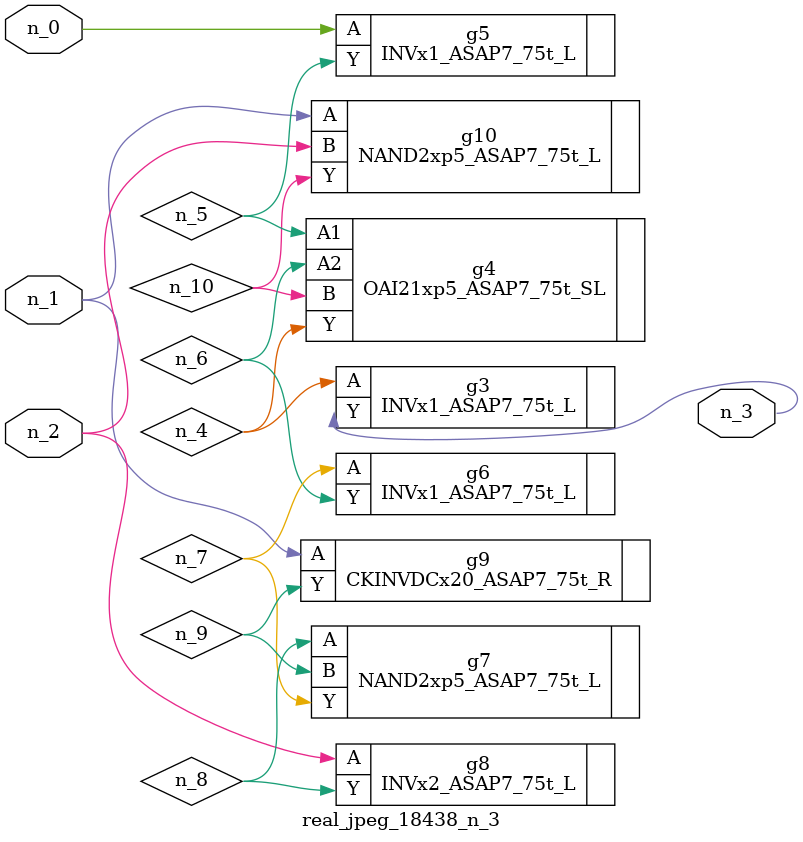
<source format=v>
module real_jpeg_18438_n_3 (n_1, n_0, n_2, n_3);

input n_1;
input n_0;
input n_2;

output n_3;

wire n_5;
wire n_4;
wire n_8;
wire n_6;
wire n_7;
wire n_10;
wire n_9;

INVx1_ASAP7_75t_L g5 ( 
.A(n_0),
.Y(n_5)
);

CKINVDCx20_ASAP7_75t_R g9 ( 
.A(n_1),
.Y(n_9)
);

NAND2xp5_ASAP7_75t_L g10 ( 
.A(n_1),
.B(n_2),
.Y(n_10)
);

INVx2_ASAP7_75t_L g8 ( 
.A(n_2),
.Y(n_8)
);

INVx1_ASAP7_75t_L g3 ( 
.A(n_4),
.Y(n_3)
);

OAI21xp5_ASAP7_75t_SL g4 ( 
.A1(n_5),
.A2(n_6),
.B(n_10),
.Y(n_4)
);

INVx1_ASAP7_75t_L g6 ( 
.A(n_7),
.Y(n_6)
);

NAND2xp5_ASAP7_75t_L g7 ( 
.A(n_8),
.B(n_9),
.Y(n_7)
);


endmodule
</source>
